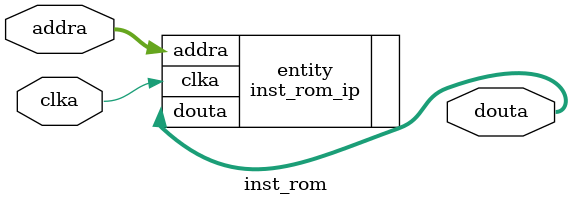
<source format=v>
/*******************************************************************************
*     This file is owned and controlled by Xilinx and must be used solely      *
*     for design, simulation, implementation and creation of design files      *
*     limited to Xilinx devices or technologies. Use with non-Xilinx           *
*     devices or technologies is expressly prohibited and immediately          *
*     terminates your license.                                                 *
*                                                                              *
*     XILINX IS PROVIDING THIS DESIGN, CODE, OR INFORMATION "AS IS" SOLELY     *
*     FOR USE IN DEVELOPING PROGRAMS AND SOLUTIONS FOR XILINX DEVICES.  BY     *
*     PROVIDING THIS DESIGN, CODE, OR INFORMATION AS ONE POSSIBLE              *
*     IMPLEMENTATION OF THIS FEATURE, APPLICATION OR STANDARD, XILINX IS       *
*     MAKING NO REPRESENTATION THAT THIS IMPLEMENTATION IS FREE FROM ANY       *
*     CLAIMS OF INFRINGEMENT, AND YOU ARE RESPONSIBLE FOR OBTAINING ANY        *
*     RIGHTS YOU MAY REQUIRE FOR YOUR IMPLEMENTATION.  XILINX EXPRESSLY        *
*     DISCLAIMS ANY WARRANTY WHATSOEVER WITH RESPECT TO THE ADEQUACY OF THE    *
*     IMPLEMENTATION, INCLUDING BUT NOT LIMITED TO ANY WARRANTIES OR           *
*     REPRESENTATIONS THAT THIS IMPLEMENTATION IS FREE FROM CLAIMS OF          *
*     INFRINGEMENT, IMPLIED WARRANTIES OF MERCHANTABILITY AND FITNESS FOR A    *
*     PARTICULAR PURPOSE.                                                      *
*                                                                              *
*     Xilinx products are not intended for use in life support appliances,     *
*     devices, or systems.  Use in such applications are expressly             *
*     prohibited.                                                              *
*                                                                              *
*     (c) Copyright 1995-2016 Xilinx, Inc.                                     *
*     All rights reserved.                                                     *
*******************************************************************************/
// You must compile the wrapper file inst_rom.v when simulating
// the core, inst_rom. When compiling the wrapper file, be sure to
// reference the XilinxCoreLib Verilog simulation library. For detailed
// instructions, please refer to the "CORE Generator Help".

// The synthesis directives "translate_off/translate_on" specified below are
// supported by Xilinx, Mentor Graphics and Synplicity synthesis
// tools. Ensure they are correct for your synthesis tool(s).

`timescale 1ns/1ps

module inst_rom(
  clka,
  addra,
  douta
);

// ENTITY inst_rom_ip IS
//   PORT (
//     clka : IN STD_LOGIC;
//     addra : IN STD_LOGIC_VECTOR(7 DOWNTO 0);
//     douta : OUT STD_LOGIC_VECTOR(31 DOWNTO 0)
//   );
// END inst_rom_ip;

input clka;
input [7 : 0] addra;
output [31 : 0] douta;

inst_rom_ip entity (
  .clka(clka),
  .addra(addra),
  .douta(douta)
);

endmodule

</source>
